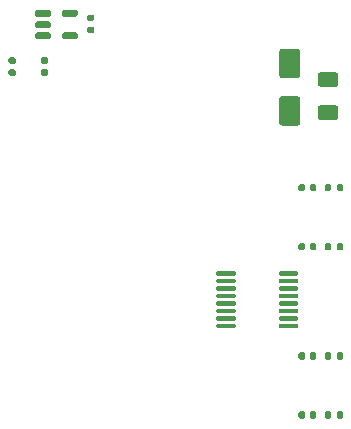
<source format=gtp>
G04 #@! TF.GenerationSoftware,KiCad,Pcbnew,9.0.6+1*
G04 #@! TF.CreationDate,2025-12-14T17:40:47+00:00*
G04 #@! TF.ProjectId,dreh_shield,64726568-5f73-4686-9965-6c642e6b6963,0.1*
G04 #@! TF.SameCoordinates,Original*
G04 #@! TF.FileFunction,Paste,Top*
G04 #@! TF.FilePolarity,Positive*
%FSLAX46Y46*%
G04 Gerber Fmt 4.6, Leading zero omitted, Abs format (unit mm)*
G04 Created by KiCad (PCBNEW 9.0.6+1) date 2025-12-14 17:40:47*
%MOMM*%
%LPD*%
G01*
G04 APERTURE LIST*
G04 APERTURE END LIST*
G36*
G01*
X120315000Y-59970000D02*
X120685000Y-59970000D01*
G75*
G02*
X120820000Y-60105000I0J-135000D01*
G01*
X120820000Y-60375000D01*
G75*
G02*
X120685000Y-60510000I-135000J0D01*
G01*
X120315000Y-60510000D01*
G75*
G02*
X120180000Y-60375000I0J135000D01*
G01*
X120180000Y-60105000D01*
G75*
G02*
X120315000Y-59970000I135000J0D01*
G01*
G37*
G36*
G01*
X120315000Y-60990000D02*
X120685000Y-60990000D01*
G75*
G02*
X120820000Y-61125000I0J-135000D01*
G01*
X120820000Y-61395000D01*
G75*
G02*
X120685000Y-61530000I-135000J0D01*
G01*
X120315000Y-61530000D01*
G75*
G02*
X120180000Y-61395000I0J135000D01*
G01*
X120180000Y-61125000D01*
G75*
G02*
X120315000Y-60990000I135000J0D01*
G01*
G37*
G36*
G01*
X124215000Y-56360000D02*
X124585000Y-56360000D01*
G75*
G02*
X124720000Y-56495000I0J-135000D01*
G01*
X124720000Y-56765000D01*
G75*
G02*
X124585000Y-56900000I-135000J0D01*
G01*
X124215000Y-56900000D01*
G75*
G02*
X124080000Y-56765000I0J135000D01*
G01*
X124080000Y-56495000D01*
G75*
G02*
X124215000Y-56360000I135000J0D01*
G01*
G37*
G36*
G01*
X124215000Y-57380000D02*
X124585000Y-57380000D01*
G75*
G02*
X124720000Y-57515000I0J-135000D01*
G01*
X124720000Y-57785000D01*
G75*
G02*
X124585000Y-57920000I-135000J0D01*
G01*
X124215000Y-57920000D01*
G75*
G02*
X124080000Y-57785000I0J135000D01*
G01*
X124080000Y-57515000D01*
G75*
G02*
X124215000Y-57380000I135000J0D01*
G01*
G37*
G36*
G01*
X143510000Y-70830000D02*
X143510000Y-71170000D01*
G75*
G02*
X143370000Y-71310000I-140000J0D01*
G01*
X143090000Y-71310000D01*
G75*
G02*
X142950000Y-71170000I0J140000D01*
G01*
X142950000Y-70830000D01*
G75*
G02*
X143090000Y-70690000I140000J0D01*
G01*
X143370000Y-70690000D01*
G75*
G02*
X143510000Y-70830000I0J-140000D01*
G01*
G37*
G36*
G01*
X142550000Y-70830000D02*
X142550000Y-71170000D01*
G75*
G02*
X142410000Y-71310000I-140000J0D01*
G01*
X142130000Y-71310000D01*
G75*
G02*
X141990000Y-71170000I0J140000D01*
G01*
X141990000Y-70830000D01*
G75*
G02*
X142130000Y-70690000I140000J0D01*
G01*
X142410000Y-70690000D01*
G75*
G02*
X142550000Y-70830000I0J-140000D01*
G01*
G37*
G36*
G01*
X144220000Y-85435000D02*
X144220000Y-85065000D01*
G75*
G02*
X144355000Y-84930000I135000J0D01*
G01*
X144625000Y-84930000D01*
G75*
G02*
X144760000Y-85065000I0J-135000D01*
G01*
X144760000Y-85435000D01*
G75*
G02*
X144625000Y-85570000I-135000J0D01*
G01*
X144355000Y-85570000D01*
G75*
G02*
X144220000Y-85435000I0J135000D01*
G01*
G37*
G36*
G01*
X145240000Y-85435000D02*
X145240000Y-85065000D01*
G75*
G02*
X145375000Y-84930000I135000J0D01*
G01*
X145645000Y-84930000D01*
G75*
G02*
X145780000Y-85065000I0J-135000D01*
G01*
X145780000Y-85435000D01*
G75*
G02*
X145645000Y-85570000I-135000J0D01*
G01*
X145375000Y-85570000D01*
G75*
G02*
X145240000Y-85435000I0J135000D01*
G01*
G37*
G36*
G01*
X119700000Y-56400000D02*
X119700000Y-56100000D01*
G75*
G02*
X119850000Y-55950000I150000J0D01*
G01*
X120875000Y-55950000D01*
G75*
G02*
X121025000Y-56100000I0J-150000D01*
G01*
X121025000Y-56400000D01*
G75*
G02*
X120875000Y-56550000I-150000J0D01*
G01*
X119850000Y-56550000D01*
G75*
G02*
X119700000Y-56400000I0J150000D01*
G01*
G37*
G36*
G01*
X119700000Y-57350000D02*
X119700000Y-57050000D01*
G75*
G02*
X119850000Y-56900000I150000J0D01*
G01*
X120875000Y-56900000D01*
G75*
G02*
X121025000Y-57050000I0J-150000D01*
G01*
X121025000Y-57350000D01*
G75*
G02*
X120875000Y-57500000I-150000J0D01*
G01*
X119850000Y-57500000D01*
G75*
G02*
X119700000Y-57350000I0J150000D01*
G01*
G37*
G36*
G01*
X119700000Y-58300000D02*
X119700000Y-58000000D01*
G75*
G02*
X119850000Y-57850000I150000J0D01*
G01*
X120875000Y-57850000D01*
G75*
G02*
X121025000Y-58000000I0J-150000D01*
G01*
X121025000Y-58300000D01*
G75*
G02*
X120875000Y-58450000I-150000J0D01*
G01*
X119850000Y-58450000D01*
G75*
G02*
X119700000Y-58300000I0J150000D01*
G01*
G37*
G36*
G01*
X121975000Y-58300000D02*
X121975000Y-58000000D01*
G75*
G02*
X122125000Y-57850000I150000J0D01*
G01*
X123150000Y-57850000D01*
G75*
G02*
X123300000Y-58000000I0J-150000D01*
G01*
X123300000Y-58300000D01*
G75*
G02*
X123150000Y-58450000I-150000J0D01*
G01*
X122125000Y-58450000D01*
G75*
G02*
X121975000Y-58300000I0J150000D01*
G01*
G37*
G36*
G01*
X121975000Y-56400000D02*
X121975000Y-56100000D01*
G75*
G02*
X122125000Y-55950000I150000J0D01*
G01*
X123150000Y-55950000D01*
G75*
G02*
X123300000Y-56100000I0J-150000D01*
G01*
X123300000Y-56400000D01*
G75*
G02*
X123150000Y-56550000I-150000J0D01*
G01*
X122125000Y-56550000D01*
G75*
G02*
X121975000Y-56400000I0J150000D01*
G01*
G37*
G36*
G01*
X141950000Y-82622500D02*
X141950000Y-82822500D01*
G75*
G02*
X141850000Y-82922500I-100000J0D01*
G01*
X140425000Y-82922500D01*
G75*
G02*
X140325000Y-82822500I0J100000D01*
G01*
X140325000Y-82622500D01*
G75*
G02*
X140425000Y-82522500I100000J0D01*
G01*
X141850000Y-82522500D01*
G75*
G02*
X141950000Y-82622500I0J-100000D01*
G01*
G37*
G36*
G01*
X141950000Y-81987500D02*
X141950000Y-82187500D01*
G75*
G02*
X141850000Y-82287500I-100000J0D01*
G01*
X140425000Y-82287500D01*
G75*
G02*
X140325000Y-82187500I0J100000D01*
G01*
X140325000Y-81987500D01*
G75*
G02*
X140425000Y-81887500I100000J0D01*
G01*
X141850000Y-81887500D01*
G75*
G02*
X141950000Y-81987500I0J-100000D01*
G01*
G37*
G36*
G01*
X141950000Y-81352500D02*
X141950000Y-81552500D01*
G75*
G02*
X141850000Y-81652500I-100000J0D01*
G01*
X140425000Y-81652500D01*
G75*
G02*
X140325000Y-81552500I0J100000D01*
G01*
X140325000Y-81352500D01*
G75*
G02*
X140425000Y-81252500I100000J0D01*
G01*
X141850000Y-81252500D01*
G75*
G02*
X141950000Y-81352500I0J-100000D01*
G01*
G37*
G36*
G01*
X141950000Y-80717500D02*
X141950000Y-80917500D01*
G75*
G02*
X141850000Y-81017500I-100000J0D01*
G01*
X140425000Y-81017500D01*
G75*
G02*
X140325000Y-80917500I0J100000D01*
G01*
X140325000Y-80717500D01*
G75*
G02*
X140425000Y-80617500I100000J0D01*
G01*
X141850000Y-80617500D01*
G75*
G02*
X141950000Y-80717500I0J-100000D01*
G01*
G37*
G36*
G01*
X141950000Y-80082500D02*
X141950000Y-80282500D01*
G75*
G02*
X141850000Y-80382500I-100000J0D01*
G01*
X140425000Y-80382500D01*
G75*
G02*
X140325000Y-80282500I0J100000D01*
G01*
X140325000Y-80082500D01*
G75*
G02*
X140425000Y-79982500I100000J0D01*
G01*
X141850000Y-79982500D01*
G75*
G02*
X141950000Y-80082500I0J-100000D01*
G01*
G37*
G36*
G01*
X141950000Y-79447500D02*
X141950000Y-79647500D01*
G75*
G02*
X141850000Y-79747500I-100000J0D01*
G01*
X140425000Y-79747500D01*
G75*
G02*
X140325000Y-79647500I0J100000D01*
G01*
X140325000Y-79447500D01*
G75*
G02*
X140425000Y-79347500I100000J0D01*
G01*
X141850000Y-79347500D01*
G75*
G02*
X141950000Y-79447500I0J-100000D01*
G01*
G37*
G36*
G01*
X141950000Y-78812500D02*
X141950000Y-79012500D01*
G75*
G02*
X141850000Y-79112500I-100000J0D01*
G01*
X140425000Y-79112500D01*
G75*
G02*
X140325000Y-79012500I0J100000D01*
G01*
X140325000Y-78812500D01*
G75*
G02*
X140425000Y-78712500I100000J0D01*
G01*
X141850000Y-78712500D01*
G75*
G02*
X141950000Y-78812500I0J-100000D01*
G01*
G37*
G36*
G01*
X141950000Y-78177500D02*
X141950000Y-78377500D01*
G75*
G02*
X141850000Y-78477500I-100000J0D01*
G01*
X140425000Y-78477500D01*
G75*
G02*
X140325000Y-78377500I0J100000D01*
G01*
X140325000Y-78177500D01*
G75*
G02*
X140425000Y-78077500I100000J0D01*
G01*
X141850000Y-78077500D01*
G75*
G02*
X141950000Y-78177500I0J-100000D01*
G01*
G37*
G36*
G01*
X136675000Y-78177500D02*
X136675000Y-78377500D01*
G75*
G02*
X136575000Y-78477500I-100000J0D01*
G01*
X135150000Y-78477500D01*
G75*
G02*
X135050000Y-78377500I0J100000D01*
G01*
X135050000Y-78177500D01*
G75*
G02*
X135150000Y-78077500I100000J0D01*
G01*
X136575000Y-78077500D01*
G75*
G02*
X136675000Y-78177500I0J-100000D01*
G01*
G37*
G36*
G01*
X136675000Y-78812500D02*
X136675000Y-79012500D01*
G75*
G02*
X136575000Y-79112500I-100000J0D01*
G01*
X135150000Y-79112500D01*
G75*
G02*
X135050000Y-79012500I0J100000D01*
G01*
X135050000Y-78812500D01*
G75*
G02*
X135150000Y-78712500I100000J0D01*
G01*
X136575000Y-78712500D01*
G75*
G02*
X136675000Y-78812500I0J-100000D01*
G01*
G37*
G36*
G01*
X136675000Y-79447500D02*
X136675000Y-79647500D01*
G75*
G02*
X136575000Y-79747500I-100000J0D01*
G01*
X135150000Y-79747500D01*
G75*
G02*
X135050000Y-79647500I0J100000D01*
G01*
X135050000Y-79447500D01*
G75*
G02*
X135150000Y-79347500I100000J0D01*
G01*
X136575000Y-79347500D01*
G75*
G02*
X136675000Y-79447500I0J-100000D01*
G01*
G37*
G36*
G01*
X136675000Y-80082500D02*
X136675000Y-80282500D01*
G75*
G02*
X136575000Y-80382500I-100000J0D01*
G01*
X135150000Y-80382500D01*
G75*
G02*
X135050000Y-80282500I0J100000D01*
G01*
X135050000Y-80082500D01*
G75*
G02*
X135150000Y-79982500I100000J0D01*
G01*
X136575000Y-79982500D01*
G75*
G02*
X136675000Y-80082500I0J-100000D01*
G01*
G37*
G36*
G01*
X136675000Y-80717500D02*
X136675000Y-80917500D01*
G75*
G02*
X136575000Y-81017500I-100000J0D01*
G01*
X135150000Y-81017500D01*
G75*
G02*
X135050000Y-80917500I0J100000D01*
G01*
X135050000Y-80717500D01*
G75*
G02*
X135150000Y-80617500I100000J0D01*
G01*
X136575000Y-80617500D01*
G75*
G02*
X136675000Y-80717500I0J-100000D01*
G01*
G37*
G36*
G01*
X136675000Y-81352500D02*
X136675000Y-81552500D01*
G75*
G02*
X136575000Y-81652500I-100000J0D01*
G01*
X135150000Y-81652500D01*
G75*
G02*
X135050000Y-81552500I0J100000D01*
G01*
X135050000Y-81352500D01*
G75*
G02*
X135150000Y-81252500I100000J0D01*
G01*
X136575000Y-81252500D01*
G75*
G02*
X136675000Y-81352500I0J-100000D01*
G01*
G37*
G36*
G01*
X136675000Y-81987500D02*
X136675000Y-82187500D01*
G75*
G02*
X136575000Y-82287500I-100000J0D01*
G01*
X135150000Y-82287500D01*
G75*
G02*
X135050000Y-82187500I0J100000D01*
G01*
X135050000Y-81987500D01*
G75*
G02*
X135150000Y-81887500I100000J0D01*
G01*
X136575000Y-81887500D01*
G75*
G02*
X136675000Y-81987500I0J-100000D01*
G01*
G37*
G36*
G01*
X136675000Y-82622500D02*
X136675000Y-82822500D01*
G75*
G02*
X136575000Y-82922500I-100000J0D01*
G01*
X135150000Y-82922500D01*
G75*
G02*
X135050000Y-82822500I0J100000D01*
G01*
X135050000Y-82622500D01*
G75*
G02*
X135150000Y-82522500I100000J0D01*
G01*
X136575000Y-82522500D01*
G75*
G02*
X136675000Y-82622500I0J-100000D01*
G01*
G37*
G36*
G01*
X117565000Y-59970000D02*
X117935000Y-59970000D01*
G75*
G02*
X118070000Y-60105000I0J-135000D01*
G01*
X118070000Y-60375000D01*
G75*
G02*
X117935000Y-60510000I-135000J0D01*
G01*
X117565000Y-60510000D01*
G75*
G02*
X117430000Y-60375000I0J135000D01*
G01*
X117430000Y-60105000D01*
G75*
G02*
X117565000Y-59970000I135000J0D01*
G01*
G37*
G36*
G01*
X117565000Y-60990000D02*
X117935000Y-60990000D01*
G75*
G02*
X118070000Y-61125000I0J-135000D01*
G01*
X118070000Y-61395000D01*
G75*
G02*
X117935000Y-61530000I-135000J0D01*
G01*
X117565000Y-61530000D01*
G75*
G02*
X117430000Y-61395000I0J135000D01*
G01*
X117430000Y-61125000D01*
G75*
G02*
X117565000Y-60990000I135000J0D01*
G01*
G37*
G36*
G01*
X144220000Y-90435000D02*
X144220000Y-90065000D01*
G75*
G02*
X144355000Y-89930000I135000J0D01*
G01*
X144625000Y-89930000D01*
G75*
G02*
X144760000Y-90065000I0J-135000D01*
G01*
X144760000Y-90435000D01*
G75*
G02*
X144625000Y-90570000I-135000J0D01*
G01*
X144355000Y-90570000D01*
G75*
G02*
X144220000Y-90435000I0J135000D01*
G01*
G37*
G36*
G01*
X145240000Y-90435000D02*
X145240000Y-90065000D01*
G75*
G02*
X145375000Y-89930000I135000J0D01*
G01*
X145645000Y-89930000D01*
G75*
G02*
X145780000Y-90065000I0J-135000D01*
G01*
X145780000Y-90435000D01*
G75*
G02*
X145645000Y-90570000I-135000J0D01*
G01*
X145375000Y-90570000D01*
G75*
G02*
X145240000Y-90435000I0J135000D01*
G01*
G37*
G36*
G01*
X143510000Y-90080000D02*
X143510000Y-90420000D01*
G75*
G02*
X143370000Y-90560000I-140000J0D01*
G01*
X143090000Y-90560000D01*
G75*
G02*
X142950000Y-90420000I0J140000D01*
G01*
X142950000Y-90080000D01*
G75*
G02*
X143090000Y-89940000I140000J0D01*
G01*
X143370000Y-89940000D01*
G75*
G02*
X143510000Y-90080000I0J-140000D01*
G01*
G37*
G36*
G01*
X142550000Y-90080000D02*
X142550000Y-90420000D01*
G75*
G02*
X142410000Y-90560000I-140000J0D01*
G01*
X142130000Y-90560000D01*
G75*
G02*
X141990000Y-90420000I0J140000D01*
G01*
X141990000Y-90080000D01*
G75*
G02*
X142130000Y-89940000I140000J0D01*
G01*
X142410000Y-89940000D01*
G75*
G02*
X142550000Y-90080000I0J-140000D01*
G01*
G37*
G36*
G01*
X144220000Y-71185000D02*
X144220000Y-70815000D01*
G75*
G02*
X144355000Y-70680000I135000J0D01*
G01*
X144625000Y-70680000D01*
G75*
G02*
X144760000Y-70815000I0J-135000D01*
G01*
X144760000Y-71185000D01*
G75*
G02*
X144625000Y-71320000I-135000J0D01*
G01*
X144355000Y-71320000D01*
G75*
G02*
X144220000Y-71185000I0J135000D01*
G01*
G37*
G36*
G01*
X145240000Y-71185000D02*
X145240000Y-70815000D01*
G75*
G02*
X145375000Y-70680000I135000J0D01*
G01*
X145645000Y-70680000D01*
G75*
G02*
X145780000Y-70815000I0J-135000D01*
G01*
X145780000Y-71185000D01*
G75*
G02*
X145645000Y-71320000I-135000J0D01*
G01*
X145375000Y-71320000D01*
G75*
G02*
X145240000Y-71185000I0J135000D01*
G01*
G37*
G36*
G01*
X143510000Y-75830000D02*
X143510000Y-76170000D01*
G75*
G02*
X143370000Y-76310000I-140000J0D01*
G01*
X143090000Y-76310000D01*
G75*
G02*
X142950000Y-76170000I0J140000D01*
G01*
X142950000Y-75830000D01*
G75*
G02*
X143090000Y-75690000I140000J0D01*
G01*
X143370000Y-75690000D01*
G75*
G02*
X143510000Y-75830000I0J-140000D01*
G01*
G37*
G36*
G01*
X142550000Y-75830000D02*
X142550000Y-76170000D01*
G75*
G02*
X142410000Y-76310000I-140000J0D01*
G01*
X142130000Y-76310000D01*
G75*
G02*
X141990000Y-76170000I0J140000D01*
G01*
X141990000Y-75830000D01*
G75*
G02*
X142130000Y-75690000I140000J0D01*
G01*
X142410000Y-75690000D01*
G75*
G02*
X142550000Y-75830000I0J-140000D01*
G01*
G37*
G36*
G01*
X144220000Y-76185000D02*
X144220000Y-75815000D01*
G75*
G02*
X144355000Y-75680000I135000J0D01*
G01*
X144625000Y-75680000D01*
G75*
G02*
X144760000Y-75815000I0J-135000D01*
G01*
X144760000Y-76185000D01*
G75*
G02*
X144625000Y-76320000I-135000J0D01*
G01*
X144355000Y-76320000D01*
G75*
G02*
X144220000Y-76185000I0J135000D01*
G01*
G37*
G36*
G01*
X145240000Y-76185000D02*
X145240000Y-75815000D01*
G75*
G02*
X145375000Y-75680000I135000J0D01*
G01*
X145645000Y-75680000D01*
G75*
G02*
X145780000Y-75815000I0J-135000D01*
G01*
X145780000Y-76185000D01*
G75*
G02*
X145645000Y-76320000I-135000J0D01*
G01*
X145375000Y-76320000D01*
G75*
G02*
X145240000Y-76185000I0J135000D01*
G01*
G37*
G36*
G01*
X143875000Y-61225000D02*
X145125000Y-61225000D01*
G75*
G02*
X145375000Y-61475000I0J-250000D01*
G01*
X145375000Y-62225000D01*
G75*
G02*
X145125000Y-62475000I-250000J0D01*
G01*
X143875000Y-62475000D01*
G75*
G02*
X143625000Y-62225000I0J250000D01*
G01*
X143625000Y-61475000D01*
G75*
G02*
X143875000Y-61225000I250000J0D01*
G01*
G37*
G36*
G01*
X143875000Y-64025000D02*
X145125000Y-64025000D01*
G75*
G02*
X145375000Y-64275000I0J-250000D01*
G01*
X145375000Y-65025000D01*
G75*
G02*
X145125000Y-65275000I-250000J0D01*
G01*
X143875000Y-65275000D01*
G75*
G02*
X143625000Y-65025000I0J250000D01*
G01*
X143625000Y-64275000D01*
G75*
G02*
X143875000Y-64025000I250000J0D01*
G01*
G37*
G36*
G01*
X140600000Y-59250000D02*
X141900000Y-59250000D01*
G75*
G02*
X142150000Y-59500000I0J-250000D01*
G01*
X142150000Y-61500000D01*
G75*
G02*
X141900000Y-61750000I-250000J0D01*
G01*
X140600000Y-61750000D01*
G75*
G02*
X140350000Y-61500000I0J250000D01*
G01*
X140350000Y-59500000D01*
G75*
G02*
X140600000Y-59250000I250000J0D01*
G01*
G37*
G36*
G01*
X140600000Y-63250000D02*
X141900000Y-63250000D01*
G75*
G02*
X142150000Y-63500000I0J-250000D01*
G01*
X142150000Y-65500000D01*
G75*
G02*
X141900000Y-65750000I-250000J0D01*
G01*
X140600000Y-65750000D01*
G75*
G02*
X140350000Y-65500000I0J250000D01*
G01*
X140350000Y-63500000D01*
G75*
G02*
X140600000Y-63250000I250000J0D01*
G01*
G37*
G36*
G01*
X143510000Y-85080000D02*
X143510000Y-85420000D01*
G75*
G02*
X143370000Y-85560000I-140000J0D01*
G01*
X143090000Y-85560000D01*
G75*
G02*
X142950000Y-85420000I0J140000D01*
G01*
X142950000Y-85080000D01*
G75*
G02*
X143090000Y-84940000I140000J0D01*
G01*
X143370000Y-84940000D01*
G75*
G02*
X143510000Y-85080000I0J-140000D01*
G01*
G37*
G36*
G01*
X142550000Y-85080000D02*
X142550000Y-85420000D01*
G75*
G02*
X142410000Y-85560000I-140000J0D01*
G01*
X142130000Y-85560000D01*
G75*
G02*
X141990000Y-85420000I0J140000D01*
G01*
X141990000Y-85080000D01*
G75*
G02*
X142130000Y-84940000I140000J0D01*
G01*
X142410000Y-84940000D01*
G75*
G02*
X142550000Y-85080000I0J-140000D01*
G01*
G37*
M02*

</source>
